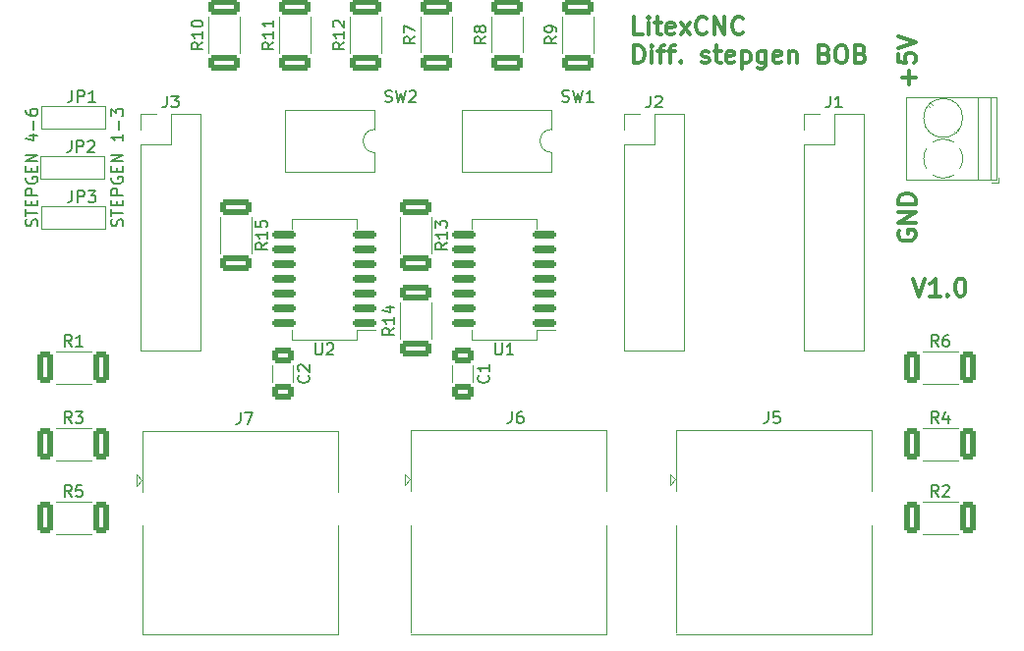
<source format=gto>
%TF.GenerationSoftware,KiCad,Pcbnew,(6.0.1)*%
%TF.CreationDate,2022-11-09T22:58:21+01:00*%
%TF.ProjectId,stepgen_differential_bob,73746570-6765-46e5-9f64-696666657265,rev?*%
%TF.SameCoordinates,Original*%
%TF.FileFunction,Legend,Top*%
%TF.FilePolarity,Positive*%
%FSLAX46Y46*%
G04 Gerber Fmt 4.6, Leading zero omitted, Abs format (unit mm)*
G04 Created by KiCad (PCBNEW (6.0.1)) date 2022-11-09 22:58:21*
%MOMM*%
%LPD*%
G01*
G04 APERTURE LIST*
G04 Aperture macros list*
%AMRoundRect*
0 Rectangle with rounded corners*
0 $1 Rounding radius*
0 $2 $3 $4 $5 $6 $7 $8 $9 X,Y pos of 4 corners*
0 Add a 4 corners polygon primitive as box body*
4,1,4,$2,$3,$4,$5,$6,$7,$8,$9,$2,$3,0*
0 Add four circle primitives for the rounded corners*
1,1,$1+$1,$2,$3*
1,1,$1+$1,$4,$5*
1,1,$1+$1,$6,$7*
1,1,$1+$1,$8,$9*
0 Add four rect primitives between the rounded corners*
20,1,$1+$1,$2,$3,$4,$5,0*
20,1,$1+$1,$4,$5,$6,$7,0*
20,1,$1+$1,$6,$7,$8,$9,0*
20,1,$1+$1,$8,$9,$2,$3,0*%
%AMFreePoly0*
4,1,6,1.000000,0.000000,0.500000,-0.750000,-0.500000,-0.750000,-0.500000,0.750000,0.500000,0.750000,1.000000,0.000000,1.000000,0.000000,$1*%
G04 Aperture macros list end*
%ADD10C,0.304800*%
%ADD11C,0.150000*%
%ADD12C,0.120000*%
%ADD13C,2.700000*%
%ADD14RoundRect,0.150000X0.837500X0.150000X-0.837500X0.150000X-0.837500X-0.150000X0.837500X-0.150000X0*%
%ADD15R,1.700000X1.700000*%
%ADD16O,1.700000X1.700000*%
%ADD17R,2.400000X2.400000*%
%ADD18C,2.400000*%
%ADD19RoundRect,0.250000X-0.650000X0.412500X-0.650000X-0.412500X0.650000X-0.412500X0.650000X0.412500X0*%
%ADD20RoundRect,0.249999X-0.450001X-1.075001X0.450001X-1.075001X0.450001X1.075001X-0.450001X1.075001X0*%
%ADD21RoundRect,0.249999X1.075001X-0.450001X1.075001X0.450001X-1.075001X0.450001X-1.075001X-0.450001X0*%
%ADD22R,1.500000X1.500000*%
%ADD23FreePoly0,0.000000*%
%ADD24FreePoly0,180.000000*%
%ADD25RoundRect,0.249999X-1.075001X0.450001X-1.075001X-0.450001X1.075001X-0.450001X1.075001X0.450001X0*%
%ADD26R,1.600000X1.600000*%
%ADD27O,1.600000X1.600000*%
%ADD28C,3.251200*%
%ADD29R,1.778000X1.778000*%
%ADD30C,1.778000*%
%ADD31C,2.032000*%
%ADD32C,2.540000*%
G04 APERTURE END LIST*
D10*
X77070857Y-8055428D02*
X77070857Y-6894285D01*
X77651428Y-7474857D02*
X76490285Y-7474857D01*
X76127428Y-5442857D02*
X76127428Y-6168571D01*
X76853142Y-6241142D01*
X76780571Y-6168571D01*
X76708000Y-6023428D01*
X76708000Y-5660571D01*
X76780571Y-5515428D01*
X76853142Y-5442857D01*
X76998285Y-5370285D01*
X77361142Y-5370285D01*
X77506285Y-5442857D01*
X77578857Y-5515428D01*
X77651428Y-5660571D01*
X77651428Y-6023428D01*
X77578857Y-6168571D01*
X77506285Y-6241142D01*
X76127428Y-4934857D02*
X77651428Y-4426857D01*
X76127428Y-3918857D01*
X76200000Y-20719142D02*
X76127428Y-20864285D01*
X76127428Y-21082000D01*
X76200000Y-21299714D01*
X76345142Y-21444857D01*
X76490285Y-21517428D01*
X76780571Y-21590000D01*
X76998285Y-21590000D01*
X77288571Y-21517428D01*
X77433714Y-21444857D01*
X77578857Y-21299714D01*
X77651428Y-21082000D01*
X77651428Y-20936857D01*
X77578857Y-20719142D01*
X77506285Y-20646571D01*
X76998285Y-20646571D01*
X76998285Y-20936857D01*
X77651428Y-19993428D02*
X76127428Y-19993428D01*
X77651428Y-19122571D01*
X76127428Y-19122571D01*
X77651428Y-18396857D02*
X76127428Y-18396857D01*
X76127428Y-18034000D01*
X76200000Y-17816285D01*
X76345142Y-17671142D01*
X76490285Y-17598571D01*
X76780571Y-17526000D01*
X76998285Y-17526000D01*
X77288571Y-17598571D01*
X77433714Y-17671142D01*
X77578857Y-17816285D01*
X77651428Y-18034000D01*
X77651428Y-18396857D01*
X54118691Y-3780608D02*
X53392977Y-3780608D01*
X53392977Y-2256608D01*
X54626691Y-3780608D02*
X54626691Y-2764608D01*
X54626691Y-2256608D02*
X54554120Y-2329180D01*
X54626691Y-2401751D01*
X54699262Y-2329180D01*
X54626691Y-2256608D01*
X54626691Y-2401751D01*
X55134691Y-2764608D02*
X55715262Y-2764608D01*
X55352405Y-2256608D02*
X55352405Y-3562894D01*
X55424977Y-3708037D01*
X55570120Y-3780608D01*
X55715262Y-3780608D01*
X56803834Y-3708037D02*
X56658691Y-3780608D01*
X56368405Y-3780608D01*
X56223262Y-3708037D01*
X56150691Y-3562894D01*
X56150691Y-2982322D01*
X56223262Y-2837180D01*
X56368405Y-2764608D01*
X56658691Y-2764608D01*
X56803834Y-2837180D01*
X56876405Y-2982322D01*
X56876405Y-3127465D01*
X56150691Y-3272608D01*
X57384405Y-3780608D02*
X58182691Y-2764608D01*
X57384405Y-2764608D02*
X58182691Y-3780608D01*
X59634120Y-3635465D02*
X59561548Y-3708037D01*
X59343834Y-3780608D01*
X59198691Y-3780608D01*
X58980977Y-3708037D01*
X58835834Y-3562894D01*
X58763262Y-3417751D01*
X58690691Y-3127465D01*
X58690691Y-2909751D01*
X58763262Y-2619465D01*
X58835834Y-2474322D01*
X58980977Y-2329180D01*
X59198691Y-2256608D01*
X59343834Y-2256608D01*
X59561548Y-2329180D01*
X59634120Y-2401751D01*
X60287262Y-3780608D02*
X60287262Y-2256608D01*
X61158120Y-3780608D01*
X61158120Y-2256608D01*
X62754691Y-3635465D02*
X62682120Y-3708037D01*
X62464405Y-3780608D01*
X62319262Y-3780608D01*
X62101548Y-3708037D01*
X61956405Y-3562894D01*
X61883834Y-3417751D01*
X61811262Y-3127465D01*
X61811262Y-2909751D01*
X61883834Y-2619465D01*
X61956405Y-2474322D01*
X62101548Y-2329180D01*
X62319262Y-2256608D01*
X62464405Y-2256608D01*
X62682120Y-2329180D01*
X62754691Y-2401751D01*
X53392977Y-6234248D02*
X53392977Y-4710248D01*
X53755834Y-4710248D01*
X53973548Y-4782820D01*
X54118691Y-4927962D01*
X54191262Y-5073105D01*
X54263834Y-5363391D01*
X54263834Y-5581105D01*
X54191262Y-5871391D01*
X54118691Y-6016534D01*
X53973548Y-6161677D01*
X53755834Y-6234248D01*
X53392977Y-6234248D01*
X54916977Y-6234248D02*
X54916977Y-5218248D01*
X54916977Y-4710248D02*
X54844405Y-4782820D01*
X54916977Y-4855391D01*
X54989548Y-4782820D01*
X54916977Y-4710248D01*
X54916977Y-4855391D01*
X55424977Y-5218248D02*
X56005548Y-5218248D01*
X55642691Y-6234248D02*
X55642691Y-4927962D01*
X55715262Y-4782820D01*
X55860405Y-4710248D01*
X56005548Y-4710248D01*
X56295834Y-5218248D02*
X56876405Y-5218248D01*
X56513548Y-6234248D02*
X56513548Y-4927962D01*
X56586120Y-4782820D01*
X56731262Y-4710248D01*
X56876405Y-4710248D01*
X57384405Y-6089105D02*
X57456977Y-6161677D01*
X57384405Y-6234248D01*
X57311834Y-6161677D01*
X57384405Y-6089105D01*
X57384405Y-6234248D01*
X59198691Y-6161677D02*
X59343834Y-6234248D01*
X59634120Y-6234248D01*
X59779262Y-6161677D01*
X59851834Y-6016534D01*
X59851834Y-5943962D01*
X59779262Y-5798820D01*
X59634120Y-5726248D01*
X59416405Y-5726248D01*
X59271262Y-5653677D01*
X59198691Y-5508534D01*
X59198691Y-5435962D01*
X59271262Y-5290820D01*
X59416405Y-5218248D01*
X59634120Y-5218248D01*
X59779262Y-5290820D01*
X60287262Y-5218248D02*
X60867834Y-5218248D01*
X60504977Y-4710248D02*
X60504977Y-6016534D01*
X60577548Y-6161677D01*
X60722691Y-6234248D01*
X60867834Y-6234248D01*
X61956405Y-6161677D02*
X61811262Y-6234248D01*
X61520977Y-6234248D01*
X61375834Y-6161677D01*
X61303262Y-6016534D01*
X61303262Y-5435962D01*
X61375834Y-5290820D01*
X61520977Y-5218248D01*
X61811262Y-5218248D01*
X61956405Y-5290820D01*
X62028977Y-5435962D01*
X62028977Y-5581105D01*
X61303262Y-5726248D01*
X62682120Y-5218248D02*
X62682120Y-6742248D01*
X62682120Y-5290820D02*
X62827262Y-5218248D01*
X63117548Y-5218248D01*
X63262691Y-5290820D01*
X63335262Y-5363391D01*
X63407834Y-5508534D01*
X63407834Y-5943962D01*
X63335262Y-6089105D01*
X63262691Y-6161677D01*
X63117548Y-6234248D01*
X62827262Y-6234248D01*
X62682120Y-6161677D01*
X64714120Y-5218248D02*
X64714120Y-6451962D01*
X64641548Y-6597105D01*
X64568977Y-6669677D01*
X64423834Y-6742248D01*
X64206120Y-6742248D01*
X64060977Y-6669677D01*
X64714120Y-6161677D02*
X64568977Y-6234248D01*
X64278691Y-6234248D01*
X64133548Y-6161677D01*
X64060977Y-6089105D01*
X63988405Y-5943962D01*
X63988405Y-5508534D01*
X64060977Y-5363391D01*
X64133548Y-5290820D01*
X64278691Y-5218248D01*
X64568977Y-5218248D01*
X64714120Y-5290820D01*
X66020405Y-6161677D02*
X65875262Y-6234248D01*
X65584977Y-6234248D01*
X65439834Y-6161677D01*
X65367262Y-6016534D01*
X65367262Y-5435962D01*
X65439834Y-5290820D01*
X65584977Y-5218248D01*
X65875262Y-5218248D01*
X66020405Y-5290820D01*
X66092977Y-5435962D01*
X66092977Y-5581105D01*
X65367262Y-5726248D01*
X66746120Y-5218248D02*
X66746120Y-6234248D01*
X66746120Y-5363391D02*
X66818691Y-5290820D01*
X66963834Y-5218248D01*
X67181548Y-5218248D01*
X67326691Y-5290820D01*
X67399262Y-5435962D01*
X67399262Y-6234248D01*
X69794120Y-5435962D02*
X70011834Y-5508534D01*
X70084405Y-5581105D01*
X70156977Y-5726248D01*
X70156977Y-5943962D01*
X70084405Y-6089105D01*
X70011834Y-6161677D01*
X69866691Y-6234248D01*
X69286120Y-6234248D01*
X69286120Y-4710248D01*
X69794120Y-4710248D01*
X69939262Y-4782820D01*
X70011834Y-4855391D01*
X70084405Y-5000534D01*
X70084405Y-5145677D01*
X70011834Y-5290820D01*
X69939262Y-5363391D01*
X69794120Y-5435962D01*
X69286120Y-5435962D01*
X71100405Y-4710248D02*
X71390691Y-4710248D01*
X71535834Y-4782820D01*
X71680977Y-4927962D01*
X71753548Y-5218248D01*
X71753548Y-5726248D01*
X71680977Y-6016534D01*
X71535834Y-6161677D01*
X71390691Y-6234248D01*
X71100405Y-6234248D01*
X70955262Y-6161677D01*
X70810120Y-6016534D01*
X70737548Y-5726248D01*
X70737548Y-5218248D01*
X70810120Y-4927962D01*
X70955262Y-4782820D01*
X71100405Y-4710248D01*
X72914691Y-5435962D02*
X73132405Y-5508534D01*
X73204977Y-5581105D01*
X73277548Y-5726248D01*
X73277548Y-5943962D01*
X73204977Y-6089105D01*
X73132405Y-6161677D01*
X72987262Y-6234248D01*
X72406691Y-6234248D01*
X72406691Y-4710248D01*
X72914691Y-4710248D01*
X73059834Y-4782820D01*
X73132405Y-4855391D01*
X73204977Y-5000534D01*
X73204977Y-5145677D01*
X73132405Y-5290820D01*
X73059834Y-5363391D01*
X72914691Y-5435962D01*
X72406691Y-5435962D01*
X77433714Y-24819428D02*
X77941714Y-26343428D01*
X78449714Y-24819428D01*
X79756000Y-26343428D02*
X78885142Y-26343428D01*
X79320571Y-26343428D02*
X79320571Y-24819428D01*
X79175428Y-25037142D01*
X79030285Y-25182285D01*
X78885142Y-25254857D01*
X80409142Y-26198285D02*
X80481714Y-26270857D01*
X80409142Y-26343428D01*
X80336571Y-26270857D01*
X80409142Y-26198285D01*
X80409142Y-26343428D01*
X81425142Y-24819428D02*
X81570285Y-24819428D01*
X81715428Y-24892000D01*
X81788000Y-24964571D01*
X81860571Y-25109714D01*
X81933142Y-25400000D01*
X81933142Y-25762857D01*
X81860571Y-26053142D01*
X81788000Y-26198285D01*
X81715428Y-26270857D01*
X81570285Y-26343428D01*
X81425142Y-26343428D01*
X81280000Y-26270857D01*
X81207428Y-26198285D01*
X81134857Y-26053142D01*
X81062285Y-25762857D01*
X81062285Y-25400000D01*
X81134857Y-25109714D01*
X81207428Y-24964571D01*
X81280000Y-24892000D01*
X81425142Y-24819428D01*
D11*
%TO.C,U1*%
X41417095Y-30394380D02*
X41417095Y-31203904D01*
X41464714Y-31299142D01*
X41512333Y-31346761D01*
X41607571Y-31394380D01*
X41798047Y-31394380D01*
X41893285Y-31346761D01*
X41940904Y-31299142D01*
X41988523Y-31203904D01*
X41988523Y-30394380D01*
X42988523Y-31394380D02*
X42417095Y-31394380D01*
X42702809Y-31394380D02*
X42702809Y-30394380D01*
X42607571Y-30537238D01*
X42512333Y-30632476D01*
X42417095Y-30680095D01*
%TO.C,J2*%
X54779666Y-9075380D02*
X54779666Y-9789666D01*
X54732047Y-9932523D01*
X54636809Y-10027761D01*
X54493952Y-10075380D01*
X54398714Y-10075380D01*
X55208238Y-9170619D02*
X55255857Y-9123000D01*
X55351095Y-9075380D01*
X55589190Y-9075380D01*
X55684428Y-9123000D01*
X55732047Y-9170619D01*
X55779666Y-9265857D01*
X55779666Y-9361095D01*
X55732047Y-9503952D01*
X55160619Y-10075380D01*
X55779666Y-10075380D01*
%TO.C,C2*%
X25321142Y-33186666D02*
X25368761Y-33234285D01*
X25416380Y-33377142D01*
X25416380Y-33472380D01*
X25368761Y-33615238D01*
X25273523Y-33710476D01*
X25178285Y-33758095D01*
X24987809Y-33805714D01*
X24844952Y-33805714D01*
X24654476Y-33758095D01*
X24559238Y-33710476D01*
X24464000Y-33615238D01*
X24416380Y-33472380D01*
X24416380Y-33377142D01*
X24464000Y-33234285D01*
X24511619Y-33186666D01*
X24511619Y-32805714D02*
X24464000Y-32758095D01*
X24416380Y-32662857D01*
X24416380Y-32424761D01*
X24464000Y-32329523D01*
X24511619Y-32281904D01*
X24606857Y-32234285D01*
X24702095Y-32234285D01*
X24844952Y-32281904D01*
X25416380Y-32853333D01*
X25416380Y-32234285D01*
%TO.C,R4*%
X79589333Y-37288380D02*
X79256000Y-36812190D01*
X79017904Y-37288380D02*
X79017904Y-36288380D01*
X79398857Y-36288380D01*
X79494095Y-36336000D01*
X79541714Y-36383619D01*
X79589333Y-36478857D01*
X79589333Y-36621714D01*
X79541714Y-36716952D01*
X79494095Y-36764571D01*
X79398857Y-36812190D01*
X79017904Y-36812190D01*
X80446476Y-36621714D02*
X80446476Y-37288380D01*
X80208380Y-36240761D02*
X79970285Y-36955047D01*
X80589333Y-36955047D01*
%TO.C,R10*%
X16221380Y-4452857D02*
X15745190Y-4786190D01*
X16221380Y-5024285D02*
X15221380Y-5024285D01*
X15221380Y-4643333D01*
X15269000Y-4548095D01*
X15316619Y-4500476D01*
X15411857Y-4452857D01*
X15554714Y-4452857D01*
X15649952Y-4500476D01*
X15697571Y-4548095D01*
X15745190Y-4643333D01*
X15745190Y-5024285D01*
X16221380Y-3500476D02*
X16221380Y-4071904D01*
X16221380Y-3786190D02*
X15221380Y-3786190D01*
X15364238Y-3881428D01*
X15459476Y-3976666D01*
X15507095Y-4071904D01*
X15221380Y-2881428D02*
X15221380Y-2786190D01*
X15269000Y-2690952D01*
X15316619Y-2643333D01*
X15411857Y-2595714D01*
X15602333Y-2548095D01*
X15840428Y-2548095D01*
X16030904Y-2595714D01*
X16126142Y-2643333D01*
X16173761Y-2690952D01*
X16221380Y-2786190D01*
X16221380Y-2881428D01*
X16173761Y-2976666D01*
X16126142Y-3024285D01*
X16030904Y-3071904D01*
X15840428Y-3119523D01*
X15602333Y-3119523D01*
X15411857Y-3071904D01*
X15316619Y-3024285D01*
X15269000Y-2976666D01*
X15221380Y-2881428D01*
%TO.C,R9*%
X46695380Y-3976666D02*
X46219190Y-4310000D01*
X46695380Y-4548095D02*
X45695380Y-4548095D01*
X45695380Y-4167142D01*
X45743000Y-4071904D01*
X45790619Y-4024285D01*
X45885857Y-3976666D01*
X46028714Y-3976666D01*
X46123952Y-4024285D01*
X46171571Y-4071904D01*
X46219190Y-4167142D01*
X46219190Y-4548095D01*
X46695380Y-3500476D02*
X46695380Y-3310000D01*
X46647761Y-3214761D01*
X46600142Y-3167142D01*
X46457285Y-3071904D01*
X46266809Y-3024285D01*
X45885857Y-3024285D01*
X45790619Y-3071904D01*
X45743000Y-3119523D01*
X45695380Y-3214761D01*
X45695380Y-3405238D01*
X45743000Y-3500476D01*
X45790619Y-3548095D01*
X45885857Y-3595714D01*
X46123952Y-3595714D01*
X46219190Y-3548095D01*
X46266809Y-3500476D01*
X46314428Y-3405238D01*
X46314428Y-3214761D01*
X46266809Y-3119523D01*
X46219190Y-3071904D01*
X46123952Y-3024285D01*
%TO.C,C1*%
X40815142Y-33186666D02*
X40862761Y-33234285D01*
X40910380Y-33377142D01*
X40910380Y-33472380D01*
X40862761Y-33615238D01*
X40767523Y-33710476D01*
X40672285Y-33758095D01*
X40481809Y-33805714D01*
X40338952Y-33805714D01*
X40148476Y-33758095D01*
X40053238Y-33710476D01*
X39958000Y-33615238D01*
X39910380Y-33472380D01*
X39910380Y-33377142D01*
X39958000Y-33234285D01*
X40005619Y-33186666D01*
X40910380Y-32234285D02*
X40910380Y-32805714D01*
X40910380Y-32520000D02*
X39910380Y-32520000D01*
X40053238Y-32615238D01*
X40148476Y-32710476D01*
X40196095Y-32805714D01*
%TO.C,R3*%
X4913333Y-37288380D02*
X4580000Y-36812190D01*
X4341904Y-37288380D02*
X4341904Y-36288380D01*
X4722857Y-36288380D01*
X4818095Y-36336000D01*
X4865714Y-36383619D01*
X4913333Y-36478857D01*
X4913333Y-36621714D01*
X4865714Y-36716952D01*
X4818095Y-36764571D01*
X4722857Y-36812190D01*
X4341904Y-36812190D01*
X5246666Y-36288380D02*
X5865714Y-36288380D01*
X5532380Y-36669333D01*
X5675238Y-36669333D01*
X5770476Y-36716952D01*
X5818095Y-36764571D01*
X5865714Y-36859809D01*
X5865714Y-37097904D01*
X5818095Y-37193142D01*
X5770476Y-37240761D01*
X5675238Y-37288380D01*
X5389523Y-37288380D01*
X5294285Y-37240761D01*
X5246666Y-37193142D01*
%TO.C,JP1*%
X4971666Y-8599380D02*
X4971666Y-9313666D01*
X4924047Y-9456523D01*
X4828809Y-9551761D01*
X4685952Y-9599380D01*
X4590714Y-9599380D01*
X5447857Y-9599380D02*
X5447857Y-8599380D01*
X5828809Y-8599380D01*
X5924047Y-8647000D01*
X5971666Y-8694619D01*
X6019285Y-8789857D01*
X6019285Y-8932714D01*
X5971666Y-9027952D01*
X5924047Y-9075571D01*
X5828809Y-9123190D01*
X5447857Y-9123190D01*
X6971666Y-9599380D02*
X6400238Y-9599380D01*
X6685952Y-9599380D02*
X6685952Y-8599380D01*
X6590714Y-8742238D01*
X6495476Y-8837476D01*
X6400238Y-8885095D01*
X1928761Y-20287619D02*
X1976380Y-20144761D01*
X1976380Y-19906666D01*
X1928761Y-19811428D01*
X1881142Y-19763809D01*
X1785904Y-19716190D01*
X1690666Y-19716190D01*
X1595428Y-19763809D01*
X1547809Y-19811428D01*
X1500190Y-19906666D01*
X1452571Y-20097142D01*
X1404952Y-20192380D01*
X1357333Y-20240000D01*
X1262095Y-20287619D01*
X1166857Y-20287619D01*
X1071619Y-20240000D01*
X1023999Y-20192380D01*
X976380Y-20097142D01*
X976380Y-19859047D01*
X1023999Y-19716190D01*
X976380Y-19430476D02*
X976380Y-18859047D01*
X1976380Y-19144761D02*
X976380Y-19144761D01*
X1452571Y-18525714D02*
X1452571Y-18192380D01*
X1976380Y-18049523D02*
X1976380Y-18525714D01*
X976380Y-18525714D01*
X976380Y-18049523D01*
X1976380Y-17620952D02*
X976380Y-17620952D01*
X976380Y-17240000D01*
X1023999Y-17144761D01*
X1071619Y-17097142D01*
X1166857Y-17049523D01*
X1309714Y-17049523D01*
X1404952Y-17097142D01*
X1452571Y-17144761D01*
X1500190Y-17240000D01*
X1500190Y-17620952D01*
X1024000Y-16097142D02*
X976380Y-16192380D01*
X976380Y-16335238D01*
X1024000Y-16478095D01*
X1119238Y-16573333D01*
X1214476Y-16620952D01*
X1404952Y-16668571D01*
X1547809Y-16668571D01*
X1738285Y-16620952D01*
X1833523Y-16573333D01*
X1928761Y-16478095D01*
X1976380Y-16335238D01*
X1976380Y-16240000D01*
X1928761Y-16097142D01*
X1881142Y-16049523D01*
X1547809Y-16049523D01*
X1547809Y-16240000D01*
X1452571Y-15620952D02*
X1452571Y-15287619D01*
X1976380Y-15144761D02*
X1976380Y-15620952D01*
X976380Y-15620952D01*
X976380Y-15144761D01*
X1976380Y-14716190D02*
X976380Y-14716190D01*
X1976380Y-14144761D01*
X976380Y-14144761D01*
X1309714Y-12478095D02*
X1976380Y-12478095D01*
X928761Y-12716190D02*
X1643047Y-12954285D01*
X1643047Y-12335238D01*
X1595428Y-11954285D02*
X1595428Y-11192380D01*
X976380Y-10287619D02*
X976380Y-10478095D01*
X1024000Y-10573333D01*
X1071619Y-10620952D01*
X1214476Y-10716190D01*
X1404952Y-10763809D01*
X1785904Y-10763809D01*
X1881142Y-10716190D01*
X1928761Y-10668571D01*
X1976380Y-10573333D01*
X1976380Y-10382857D01*
X1928761Y-10287619D01*
X1881142Y-10239999D01*
X1785904Y-10192380D01*
X1547809Y-10192380D01*
X1452571Y-10239999D01*
X1404952Y-10287619D01*
X1357333Y-10382857D01*
X1357333Y-10573333D01*
X1404952Y-10668571D01*
X1452571Y-10716190D01*
X1547809Y-10763809D01*
X9294761Y-20287619D02*
X9342380Y-20144761D01*
X9342380Y-19906666D01*
X9294761Y-19811428D01*
X9247142Y-19763809D01*
X9151904Y-19716190D01*
X9056666Y-19716190D01*
X8961428Y-19763809D01*
X8913809Y-19811428D01*
X8866190Y-19906666D01*
X8818571Y-20097142D01*
X8770952Y-20192380D01*
X8723333Y-20240000D01*
X8628095Y-20287619D01*
X8532857Y-20287619D01*
X8437619Y-20240000D01*
X8390000Y-20192380D01*
X8342380Y-20097142D01*
X8342380Y-19859047D01*
X8390000Y-19716190D01*
X8342380Y-19430476D02*
X8342380Y-18859047D01*
X9342380Y-19144761D02*
X8342380Y-19144761D01*
X8818571Y-18525714D02*
X8818571Y-18192380D01*
X9342380Y-18049523D02*
X9342380Y-18525714D01*
X8342380Y-18525714D01*
X8342380Y-18049523D01*
X9342380Y-17620952D02*
X8342380Y-17620952D01*
X8342380Y-17240000D01*
X8390000Y-17144761D01*
X8437619Y-17097142D01*
X8532857Y-17049523D01*
X8675714Y-17049523D01*
X8770952Y-17097142D01*
X8818571Y-17144761D01*
X8866190Y-17240000D01*
X8866190Y-17620952D01*
X8390000Y-16097142D02*
X8342380Y-16192380D01*
X8342380Y-16335238D01*
X8390000Y-16478095D01*
X8485238Y-16573333D01*
X8580476Y-16620952D01*
X8770952Y-16668571D01*
X8913809Y-16668571D01*
X9104285Y-16620952D01*
X9199523Y-16573333D01*
X9294761Y-16478095D01*
X9342380Y-16335238D01*
X9342380Y-16240000D01*
X9294761Y-16097142D01*
X9247142Y-16049523D01*
X8913809Y-16049523D01*
X8913809Y-16240000D01*
X8818571Y-15620952D02*
X8818571Y-15287619D01*
X9342380Y-15144761D02*
X9342380Y-15620952D01*
X8342380Y-15620952D01*
X8342380Y-15144761D01*
X9342380Y-14716190D02*
X8342380Y-14716190D01*
X9342380Y-14144761D01*
X8342380Y-14144761D01*
X9342380Y-12382857D02*
X9342380Y-12954285D01*
X9342380Y-12668571D02*
X8342380Y-12668571D01*
X8485238Y-12763809D01*
X8580476Y-12859047D01*
X8628095Y-12954285D01*
X8961428Y-11954285D02*
X8961428Y-11192380D01*
X8342380Y-10811428D02*
X8342380Y-10192380D01*
X8723333Y-10525714D01*
X8723333Y-10382857D01*
X8770952Y-10287619D01*
X8818571Y-10239999D01*
X8913809Y-10192380D01*
X9151904Y-10192380D01*
X9247142Y-10239999D01*
X9294761Y-10287619D01*
X9342380Y-10382857D01*
X9342380Y-10668571D01*
X9294761Y-10763809D01*
X9247142Y-10811428D01*
%TO.C,R14*%
X32716380Y-29090857D02*
X32240190Y-29424190D01*
X32716380Y-29662285D02*
X31716380Y-29662285D01*
X31716380Y-29281333D01*
X31764000Y-29186095D01*
X31811619Y-29138476D01*
X31906857Y-29090857D01*
X32049714Y-29090857D01*
X32144952Y-29138476D01*
X32192571Y-29186095D01*
X32240190Y-29281333D01*
X32240190Y-29662285D01*
X32716380Y-28138476D02*
X32716380Y-28709904D01*
X32716380Y-28424190D02*
X31716380Y-28424190D01*
X31859238Y-28519428D01*
X31954476Y-28614666D01*
X32002095Y-28709904D01*
X32049714Y-27281333D02*
X32716380Y-27281333D01*
X31668761Y-27519428D02*
X32383047Y-27757523D01*
X32383047Y-27138476D01*
%TO.C,J3*%
X13123666Y-9075380D02*
X13123666Y-9789666D01*
X13076047Y-9932523D01*
X12980809Y-10027761D01*
X12837952Y-10075380D01*
X12742714Y-10075380D01*
X13504619Y-9075380D02*
X14123666Y-9075380D01*
X13790333Y-9456333D01*
X13933190Y-9456333D01*
X14028428Y-9503952D01*
X14076047Y-9551571D01*
X14123666Y-9646809D01*
X14123666Y-9884904D01*
X14076047Y-9980142D01*
X14028428Y-10027761D01*
X13933190Y-10075380D01*
X13647476Y-10075380D01*
X13552238Y-10027761D01*
X13504619Y-9980142D01*
%TO.C,J1*%
X70273666Y-9075380D02*
X70273666Y-9789666D01*
X70226047Y-9932523D01*
X70130809Y-10027761D01*
X69987952Y-10075380D01*
X69892714Y-10075380D01*
X71273666Y-10075380D02*
X70702238Y-10075380D01*
X70987952Y-10075380D02*
X70987952Y-9075380D01*
X70892714Y-9218238D01*
X70797476Y-9313476D01*
X70702238Y-9361095D01*
%TO.C,R13*%
X37276380Y-21724857D02*
X36800190Y-22058190D01*
X37276380Y-22296285D02*
X36276380Y-22296285D01*
X36276380Y-21915333D01*
X36324000Y-21820095D01*
X36371619Y-21772476D01*
X36466857Y-21724857D01*
X36609714Y-21724857D01*
X36704952Y-21772476D01*
X36752571Y-21820095D01*
X36800190Y-21915333D01*
X36800190Y-22296285D01*
X37276380Y-20772476D02*
X37276380Y-21343904D01*
X37276380Y-21058190D02*
X36276380Y-21058190D01*
X36419238Y-21153428D01*
X36514476Y-21248666D01*
X36562095Y-21343904D01*
X36276380Y-20439142D02*
X36276380Y-19820095D01*
X36657333Y-20153428D01*
X36657333Y-20010571D01*
X36704952Y-19915333D01*
X36752571Y-19867714D01*
X36847809Y-19820095D01*
X37085904Y-19820095D01*
X37181142Y-19867714D01*
X37228761Y-19915333D01*
X37276380Y-20010571D01*
X37276380Y-20296285D01*
X37228761Y-20391523D01*
X37181142Y-20439142D01*
%TO.C,R11*%
X22317380Y-4452857D02*
X21841190Y-4786190D01*
X22317380Y-5024285D02*
X21317380Y-5024285D01*
X21317380Y-4643333D01*
X21365000Y-4548095D01*
X21412619Y-4500476D01*
X21507857Y-4452857D01*
X21650714Y-4452857D01*
X21745952Y-4500476D01*
X21793571Y-4548095D01*
X21841190Y-4643333D01*
X21841190Y-5024285D01*
X22317380Y-3500476D02*
X22317380Y-4071904D01*
X22317380Y-3786190D02*
X21317380Y-3786190D01*
X21460238Y-3881428D01*
X21555476Y-3976666D01*
X21603095Y-4071904D01*
X22317380Y-2548095D02*
X22317380Y-3119523D01*
X22317380Y-2833809D02*
X21317380Y-2833809D01*
X21460238Y-2929047D01*
X21555476Y-3024285D01*
X21603095Y-3119523D01*
%TO.C,SW1*%
X47195666Y-9538761D02*
X47338523Y-9586380D01*
X47576619Y-9586380D01*
X47671857Y-9538761D01*
X47719476Y-9491142D01*
X47767095Y-9395904D01*
X47767095Y-9300666D01*
X47719476Y-9205428D01*
X47671857Y-9157809D01*
X47576619Y-9110190D01*
X47386142Y-9062571D01*
X47290904Y-9014952D01*
X47243285Y-8967333D01*
X47195666Y-8872095D01*
X47195666Y-8776857D01*
X47243285Y-8681619D01*
X47290904Y-8634000D01*
X47386142Y-8586380D01*
X47624238Y-8586380D01*
X47767095Y-8634000D01*
X48100428Y-8586380D02*
X48338523Y-9586380D01*
X48529000Y-8872095D01*
X48719476Y-9586380D01*
X48957571Y-8586380D01*
X49862333Y-9586380D02*
X49290904Y-9586380D01*
X49576619Y-9586380D02*
X49576619Y-8586380D01*
X49481380Y-8729238D01*
X49386142Y-8824476D01*
X49290904Y-8872095D01*
%TO.C,R7*%
X34509380Y-3966666D02*
X34033190Y-4300000D01*
X34509380Y-4538095D02*
X33509380Y-4538095D01*
X33509380Y-4157142D01*
X33557000Y-4061904D01*
X33604619Y-4014285D01*
X33699857Y-3966666D01*
X33842714Y-3966666D01*
X33937952Y-4014285D01*
X33985571Y-4061904D01*
X34033190Y-4157142D01*
X34033190Y-4538095D01*
X33509380Y-3633333D02*
X33509380Y-2966666D01*
X34509380Y-3395238D01*
%TO.C,JP3*%
X4971666Y-17235380D02*
X4971666Y-17949666D01*
X4924047Y-18092523D01*
X4828809Y-18187761D01*
X4685952Y-18235380D01*
X4590714Y-18235380D01*
X5447857Y-18235380D02*
X5447857Y-17235380D01*
X5828809Y-17235380D01*
X5924047Y-17283000D01*
X5971666Y-17330619D01*
X6019285Y-17425857D01*
X6019285Y-17568714D01*
X5971666Y-17663952D01*
X5924047Y-17711571D01*
X5828809Y-17759190D01*
X5447857Y-17759190D01*
X6352619Y-17235380D02*
X6971666Y-17235380D01*
X6638333Y-17616333D01*
X6781190Y-17616333D01*
X6876428Y-17663952D01*
X6924047Y-17711571D01*
X6971666Y-17806809D01*
X6971666Y-18044904D01*
X6924047Y-18140142D01*
X6876428Y-18187761D01*
X6781190Y-18235380D01*
X6495476Y-18235380D01*
X6400238Y-18187761D01*
X6352619Y-18140142D01*
%TO.C,R6*%
X79589333Y-30684380D02*
X79256000Y-30208190D01*
X79017904Y-30684380D02*
X79017904Y-29684380D01*
X79398857Y-29684380D01*
X79494095Y-29732000D01*
X79541714Y-29779619D01*
X79589333Y-29874857D01*
X79589333Y-30017714D01*
X79541714Y-30112952D01*
X79494095Y-30160571D01*
X79398857Y-30208190D01*
X79017904Y-30208190D01*
X80446476Y-29684380D02*
X80256000Y-29684380D01*
X80160761Y-29732000D01*
X80113142Y-29779619D01*
X80017904Y-29922476D01*
X79970285Y-30112952D01*
X79970285Y-30493904D01*
X80017904Y-30589142D01*
X80065523Y-30636761D01*
X80160761Y-30684380D01*
X80351238Y-30684380D01*
X80446476Y-30636761D01*
X80494095Y-30589142D01*
X80541714Y-30493904D01*
X80541714Y-30255809D01*
X80494095Y-30160571D01*
X80446476Y-30112952D01*
X80351238Y-30065333D01*
X80160761Y-30065333D01*
X80065523Y-30112952D01*
X80017904Y-30160571D01*
X79970285Y-30255809D01*
%TO.C,R8*%
X40605380Y-3966666D02*
X40129190Y-4300000D01*
X40605380Y-4538095D02*
X39605380Y-4538095D01*
X39605380Y-4157142D01*
X39653000Y-4061904D01*
X39700619Y-4014285D01*
X39795857Y-3966666D01*
X39938714Y-3966666D01*
X40033952Y-4014285D01*
X40081571Y-4061904D01*
X40129190Y-4157142D01*
X40129190Y-4538095D01*
X40033952Y-3395238D02*
X39986333Y-3490476D01*
X39938714Y-3538095D01*
X39843476Y-3585714D01*
X39795857Y-3585714D01*
X39700619Y-3538095D01*
X39653000Y-3490476D01*
X39605380Y-3395238D01*
X39605380Y-3204761D01*
X39653000Y-3109523D01*
X39700619Y-3061904D01*
X39795857Y-3014285D01*
X39843476Y-3014285D01*
X39938714Y-3061904D01*
X39986333Y-3109523D01*
X40033952Y-3204761D01*
X40033952Y-3395238D01*
X40081571Y-3490476D01*
X40129190Y-3538095D01*
X40224428Y-3585714D01*
X40414904Y-3585714D01*
X40510142Y-3538095D01*
X40557761Y-3490476D01*
X40605380Y-3395238D01*
X40605380Y-3204761D01*
X40557761Y-3109523D01*
X40510142Y-3061904D01*
X40414904Y-3014285D01*
X40224428Y-3014285D01*
X40129190Y-3061904D01*
X40081571Y-3109523D01*
X40033952Y-3204761D01*
%TO.C,J7*%
X19478666Y-36359380D02*
X19478666Y-37073666D01*
X19431047Y-37216523D01*
X19335809Y-37311761D01*
X19192952Y-37359380D01*
X19097714Y-37359380D01*
X19859619Y-36359380D02*
X20526285Y-36359380D01*
X20097714Y-37359380D01*
%TO.C,R1*%
X4913333Y-30684380D02*
X4580000Y-30208190D01*
X4341904Y-30684380D02*
X4341904Y-29684380D01*
X4722857Y-29684380D01*
X4818095Y-29732000D01*
X4865714Y-29779619D01*
X4913333Y-29874857D01*
X4913333Y-30017714D01*
X4865714Y-30112952D01*
X4818095Y-30160571D01*
X4722857Y-30208190D01*
X4341904Y-30208190D01*
X5865714Y-30684380D02*
X5294285Y-30684380D01*
X5580000Y-30684380D02*
X5580000Y-29684380D01*
X5484761Y-29827238D01*
X5389523Y-29922476D01*
X5294285Y-29970095D01*
%TO.C,R12*%
X28413380Y-4452857D02*
X27937190Y-4786190D01*
X28413380Y-5024285D02*
X27413380Y-5024285D01*
X27413380Y-4643333D01*
X27461000Y-4548095D01*
X27508619Y-4500476D01*
X27603857Y-4452857D01*
X27746714Y-4452857D01*
X27841952Y-4500476D01*
X27889571Y-4548095D01*
X27937190Y-4643333D01*
X27937190Y-5024285D01*
X28413380Y-3500476D02*
X28413380Y-4071904D01*
X28413380Y-3786190D02*
X27413380Y-3786190D01*
X27556238Y-3881428D01*
X27651476Y-3976666D01*
X27699095Y-4071904D01*
X27508619Y-3119523D02*
X27461000Y-3071904D01*
X27413380Y-2976666D01*
X27413380Y-2738571D01*
X27461000Y-2643333D01*
X27508619Y-2595714D01*
X27603857Y-2548095D01*
X27699095Y-2548095D01*
X27841952Y-2595714D01*
X28413380Y-3167142D01*
X28413380Y-2548095D01*
%TO.C,U2*%
X25923095Y-30394380D02*
X25923095Y-31203904D01*
X25970714Y-31299142D01*
X26018333Y-31346761D01*
X26113571Y-31394380D01*
X26304047Y-31394380D01*
X26399285Y-31346761D01*
X26446904Y-31299142D01*
X26494523Y-31203904D01*
X26494523Y-30394380D01*
X26923095Y-30489619D02*
X26970714Y-30442000D01*
X27065952Y-30394380D01*
X27304047Y-30394380D01*
X27399285Y-30442000D01*
X27446904Y-30489619D01*
X27494523Y-30584857D01*
X27494523Y-30680095D01*
X27446904Y-30822952D01*
X26875476Y-31394380D01*
X27494523Y-31394380D01*
%TO.C,J5*%
X64944666Y-36282380D02*
X64944666Y-36996666D01*
X64897047Y-37139523D01*
X64801809Y-37234761D01*
X64658952Y-37282380D01*
X64563714Y-37282380D01*
X65897047Y-36282380D02*
X65420857Y-36282380D01*
X65373238Y-36758571D01*
X65420857Y-36710952D01*
X65516095Y-36663333D01*
X65754190Y-36663333D01*
X65849428Y-36710952D01*
X65897047Y-36758571D01*
X65944666Y-36853809D01*
X65944666Y-37091904D01*
X65897047Y-37187142D01*
X65849428Y-37234761D01*
X65754190Y-37282380D01*
X65516095Y-37282380D01*
X65420857Y-37234761D01*
X65373238Y-37187142D01*
%TO.C,R5*%
X4913333Y-43638380D02*
X4580000Y-43162190D01*
X4341904Y-43638380D02*
X4341904Y-42638380D01*
X4722857Y-42638380D01*
X4818095Y-42686000D01*
X4865714Y-42733619D01*
X4913333Y-42828857D01*
X4913333Y-42971714D01*
X4865714Y-43066952D01*
X4818095Y-43114571D01*
X4722857Y-43162190D01*
X4341904Y-43162190D01*
X5818095Y-42638380D02*
X5341904Y-42638380D01*
X5294285Y-43114571D01*
X5341904Y-43066952D01*
X5437142Y-43019333D01*
X5675238Y-43019333D01*
X5770476Y-43066952D01*
X5818095Y-43114571D01*
X5865714Y-43209809D01*
X5865714Y-43447904D01*
X5818095Y-43543142D01*
X5770476Y-43590761D01*
X5675238Y-43638380D01*
X5437142Y-43638380D01*
X5341904Y-43590761D01*
X5294285Y-43543142D01*
%TO.C,J6*%
X42846666Y-36282380D02*
X42846666Y-36996666D01*
X42799047Y-37139523D01*
X42703809Y-37234761D01*
X42560952Y-37282380D01*
X42465714Y-37282380D01*
X43751428Y-36282380D02*
X43560952Y-36282380D01*
X43465714Y-36330000D01*
X43418095Y-36377619D01*
X43322857Y-36520476D01*
X43275238Y-36710952D01*
X43275238Y-37091904D01*
X43322857Y-37187142D01*
X43370476Y-37234761D01*
X43465714Y-37282380D01*
X43656190Y-37282380D01*
X43751428Y-37234761D01*
X43799047Y-37187142D01*
X43846666Y-37091904D01*
X43846666Y-36853809D01*
X43799047Y-36758571D01*
X43751428Y-36710952D01*
X43656190Y-36663333D01*
X43465714Y-36663333D01*
X43370476Y-36710952D01*
X43322857Y-36758571D01*
X43275238Y-36853809D01*
%TO.C,R2*%
X79589333Y-43638380D02*
X79256000Y-43162190D01*
X79017904Y-43638380D02*
X79017904Y-42638380D01*
X79398857Y-42638380D01*
X79494095Y-42686000D01*
X79541714Y-42733619D01*
X79589333Y-42828857D01*
X79589333Y-42971714D01*
X79541714Y-43066952D01*
X79494095Y-43114571D01*
X79398857Y-43162190D01*
X79017904Y-43162190D01*
X79970285Y-42733619D02*
X80017904Y-42686000D01*
X80113142Y-42638380D01*
X80351238Y-42638380D01*
X80446476Y-42686000D01*
X80494095Y-42733619D01*
X80541714Y-42828857D01*
X80541714Y-42924095D01*
X80494095Y-43066952D01*
X79922666Y-43638380D01*
X80541714Y-43638380D01*
%TO.C,JP2*%
X4901666Y-12917380D02*
X4901666Y-13631666D01*
X4854047Y-13774523D01*
X4758809Y-13869761D01*
X4615952Y-13917380D01*
X4520714Y-13917380D01*
X5377857Y-13917380D02*
X5377857Y-12917380D01*
X5758809Y-12917380D01*
X5854047Y-12965000D01*
X5901666Y-13012619D01*
X5949285Y-13107857D01*
X5949285Y-13250714D01*
X5901666Y-13345952D01*
X5854047Y-13393571D01*
X5758809Y-13441190D01*
X5377857Y-13441190D01*
X6330238Y-13012619D02*
X6377857Y-12965000D01*
X6473095Y-12917380D01*
X6711190Y-12917380D01*
X6806428Y-12965000D01*
X6854047Y-13012619D01*
X6901666Y-13107857D01*
X6901666Y-13203095D01*
X6854047Y-13345952D01*
X6282619Y-13917380D01*
X6901666Y-13917380D01*
%TO.C,SW2*%
X31940666Y-9548761D02*
X32083523Y-9596380D01*
X32321619Y-9596380D01*
X32416857Y-9548761D01*
X32464476Y-9501142D01*
X32512095Y-9405904D01*
X32512095Y-9310666D01*
X32464476Y-9215428D01*
X32416857Y-9167809D01*
X32321619Y-9120190D01*
X32131142Y-9072571D01*
X32035904Y-9024952D01*
X31988285Y-8977333D01*
X31940666Y-8882095D01*
X31940666Y-8786857D01*
X31988285Y-8691619D01*
X32035904Y-8644000D01*
X32131142Y-8596380D01*
X32369238Y-8596380D01*
X32512095Y-8644000D01*
X32845428Y-8596380D02*
X33083523Y-9596380D01*
X33274000Y-8882095D01*
X33464476Y-9596380D01*
X33702571Y-8596380D01*
X34035904Y-8691619D02*
X34083523Y-8644000D01*
X34178761Y-8596380D01*
X34416857Y-8596380D01*
X34512095Y-8644000D01*
X34559714Y-8691619D01*
X34607333Y-8786857D01*
X34607333Y-8882095D01*
X34559714Y-9024952D01*
X33988285Y-9596380D01*
X34607333Y-9596380D01*
%TO.C,R15*%
X21782380Y-21724857D02*
X21306190Y-22058190D01*
X21782380Y-22296285D02*
X20782380Y-22296285D01*
X20782380Y-21915333D01*
X20830000Y-21820095D01*
X20877619Y-21772476D01*
X20972857Y-21724857D01*
X21115714Y-21724857D01*
X21210952Y-21772476D01*
X21258571Y-21820095D01*
X21306190Y-21915333D01*
X21306190Y-22296285D01*
X21782380Y-20772476D02*
X21782380Y-21343904D01*
X21782380Y-21058190D02*
X20782380Y-21058190D01*
X20925238Y-21153428D01*
X21020476Y-21248666D01*
X21068095Y-21343904D01*
X20782380Y-19867714D02*
X20782380Y-20343904D01*
X21258571Y-20391523D01*
X21210952Y-20343904D01*
X21163333Y-20248666D01*
X21163333Y-20010571D01*
X21210952Y-19915333D01*
X21258571Y-19867714D01*
X21353809Y-19820095D01*
X21591904Y-19820095D01*
X21687142Y-19867714D01*
X21734761Y-19915333D01*
X21782380Y-20010571D01*
X21782380Y-20248666D01*
X21734761Y-20343904D01*
X21687142Y-20391523D01*
D12*
%TO.C,U1*%
X44939000Y-29262000D02*
X46629000Y-29262000D01*
X42179000Y-19682000D02*
X39419000Y-19682000D01*
X42179000Y-19682000D02*
X44939000Y-19682000D01*
X44939000Y-19682000D02*
X44939000Y-20522000D01*
X39419000Y-30102000D02*
X39419000Y-29262000D01*
X44939000Y-30102000D02*
X44939000Y-29262000D01*
X42179000Y-30102000D02*
X39419000Y-30102000D01*
X42179000Y-30102000D02*
X44939000Y-30102000D01*
X39419000Y-19682000D02*
X39419000Y-20522000D01*
%TO.C,J2*%
X52513000Y-13223000D02*
X55113000Y-13223000D01*
X52513000Y-13223000D02*
X52513000Y-31063000D01*
X52513000Y-10623000D02*
X53843000Y-10623000D01*
X57713000Y-10623000D02*
X57713000Y-31063000D01*
X55113000Y-10623000D02*
X57713000Y-10623000D01*
X52513000Y-11953000D02*
X52513000Y-10623000D01*
X55113000Y-13223000D02*
X55113000Y-10623000D01*
X52513000Y-31063000D02*
X57713000Y-31063000D01*
%TO.C,J4*%
X81191000Y-11953000D02*
X81284000Y-12047000D01*
X76850000Y-16288000D02*
X76850000Y-9168000D01*
X84170000Y-16528000D02*
X84810000Y-16528000D01*
X78735000Y-9908000D02*
X78829000Y-10002000D01*
X80951000Y-12123000D02*
X81079000Y-12252000D01*
X84810000Y-16528000D02*
X84810000Y-16128000D01*
X76850000Y-16288000D02*
X84570000Y-16288000D01*
X83010000Y-16288000D02*
X83010000Y-9168000D01*
X84110000Y-16288000D02*
X84110000Y-9168000D01*
X84570000Y-16288000D02*
X84570000Y-9168000D01*
X76850000Y-9168000D02*
X84570000Y-9168000D01*
X78941000Y-9703000D02*
X79069000Y-9832000D01*
X81450000Y-15344000D02*
G75*
G03*
X81690099Y-14449326I-1440014J866003D01*
G01*
X78569999Y-13612000D02*
G75*
G03*
X78584642Y-15367894I1439999J-866000D01*
G01*
X80901000Y-13053000D02*
G75*
G03*
X79119807Y-13052496I-891000J-1425003D01*
G01*
X79144000Y-15918001D02*
G75*
G03*
X80899894Y-15903358I866000J1439999D01*
G01*
X81690000Y-14478000D02*
G75*
G03*
X81434721Y-13587736I-1679990J3D01*
G01*
X81690000Y-10978000D02*
G75*
G03*
X81690000Y-10978000I-1680000J0D01*
G01*
%TO.C,C2*%
X24024000Y-32308748D02*
X24024000Y-33731252D01*
X22204000Y-32308748D02*
X22204000Y-33731252D01*
%TO.C,R4*%
X78228936Y-37756000D02*
X81283064Y-37756000D01*
X78228936Y-40476000D02*
X81283064Y-40476000D01*
%TO.C,R10*%
X16689000Y-5337064D02*
X16689000Y-2282936D01*
X19409000Y-5337064D02*
X19409000Y-2282936D01*
%TO.C,R9*%
X47169000Y-5337064D02*
X47169000Y-2282936D01*
X49889000Y-5337064D02*
X49889000Y-2282936D01*
%TO.C,C1*%
X39518000Y-32308748D02*
X39518000Y-33731252D01*
X37698000Y-32308748D02*
X37698000Y-33731252D01*
%TO.C,R3*%
X3552936Y-37756000D02*
X6607064Y-37756000D01*
X3552936Y-40476000D02*
X6607064Y-40476000D01*
%TO.C,JP1*%
X2330000Y-11872000D02*
X2330000Y-9922000D01*
X7830000Y-9922000D02*
X7830000Y-11872000D01*
X2330000Y-9922000D02*
X7830000Y-9922000D01*
X7830000Y-11872000D02*
X2330000Y-11872000D01*
%TO.C,R14*%
X33184000Y-29975064D02*
X33184000Y-26920936D01*
X35904000Y-29975064D02*
X35904000Y-26920936D01*
%TO.C,J3*%
X10857000Y-11953000D02*
X10857000Y-10623000D01*
X10857000Y-31063000D02*
X16057000Y-31063000D01*
X16057000Y-10623000D02*
X16057000Y-31063000D01*
X13457000Y-10623000D02*
X16057000Y-10623000D01*
X10857000Y-10623000D02*
X12187000Y-10623000D01*
X10857000Y-13223000D02*
X13457000Y-13223000D01*
X13457000Y-13223000D02*
X13457000Y-10623000D01*
X10857000Y-13223000D02*
X10857000Y-31063000D01*
%TO.C,J1*%
X68007000Y-13223000D02*
X68007000Y-31063000D01*
X68007000Y-13223000D02*
X70607000Y-13223000D01*
X68007000Y-11953000D02*
X68007000Y-10623000D01*
X68007000Y-10623000D02*
X69337000Y-10623000D01*
X70607000Y-10623000D02*
X73207000Y-10623000D01*
X70607000Y-13223000D02*
X70607000Y-10623000D01*
X73207000Y-10623000D02*
X73207000Y-31063000D01*
X68007000Y-31063000D02*
X73207000Y-31063000D01*
%TO.C,R13*%
X35904000Y-19554936D02*
X35904000Y-22609064D01*
X33184000Y-19554936D02*
X33184000Y-22609064D01*
%TO.C,R11*%
X25505000Y-5337064D02*
X25505000Y-2282936D01*
X22785000Y-5337064D02*
X22785000Y-2282936D01*
%TO.C,SW1*%
X46288000Y-11954000D02*
X46288000Y-10304000D01*
X38548000Y-15604000D02*
X46288000Y-15604000D01*
X46288000Y-15604000D02*
X46288000Y-13954000D01*
X46288000Y-10304000D02*
X38548000Y-10304000D01*
X38548000Y-10304000D02*
X38548000Y-15604000D01*
X46288000Y-11954000D02*
G75*
G03*
X46288000Y-13954000I0J-1000000D01*
G01*
%TO.C,R7*%
X34977000Y-5327064D02*
X34977000Y-2272936D01*
X37697000Y-5327064D02*
X37697000Y-2272936D01*
%TO.C,JP3*%
X7830000Y-20508000D02*
X2330000Y-20508000D01*
X2330000Y-18558000D02*
X7830000Y-18558000D01*
X7830000Y-18558000D02*
X7830000Y-20508000D01*
X2330000Y-20508000D02*
X2330000Y-18558000D01*
%TO.C,R6*%
X78228936Y-31152000D02*
X81283064Y-31152000D01*
X78228936Y-33872000D02*
X81283064Y-33872000D01*
%TO.C,R8*%
X43793000Y-5327064D02*
X43793000Y-2272936D01*
X41073000Y-5327064D02*
X41073000Y-2272936D01*
%TO.C,J7*%
X11036000Y-37941000D02*
X11036000Y-43241000D01*
X27836000Y-55541000D02*
X27836000Y-46141000D01*
X10486000Y-41741000D02*
X10486000Y-42741000D01*
X27836000Y-37941000D02*
X27836000Y-43241000D01*
X10986000Y-42241000D02*
X10486000Y-41741000D01*
X11036000Y-37941000D02*
X27836000Y-37941000D01*
X11036000Y-55441000D02*
X11036000Y-46141000D01*
X11036000Y-55541000D02*
X27836000Y-55541000D01*
X10486000Y-42741000D02*
X10986000Y-42241000D01*
%TO.C,R1*%
X3552936Y-31152000D02*
X6607064Y-31152000D01*
X3552936Y-33872000D02*
X6607064Y-33872000D01*
%TO.C,R12*%
X28881000Y-5337064D02*
X28881000Y-2282936D01*
X31601000Y-5337064D02*
X31601000Y-2282936D01*
%TO.C,U2*%
X23925000Y-19682000D02*
X23925000Y-20522000D01*
X26685000Y-19682000D02*
X23925000Y-19682000D01*
X29445000Y-30102000D02*
X29445000Y-29262000D01*
X26685000Y-30102000D02*
X29445000Y-30102000D01*
X26685000Y-30102000D02*
X23925000Y-30102000D01*
X26685000Y-19682000D02*
X29445000Y-19682000D01*
X23925000Y-30102000D02*
X23925000Y-29262000D01*
X29445000Y-19682000D02*
X29445000Y-20522000D01*
X29445000Y-29262000D02*
X31135000Y-29262000D01*
%TO.C,J5*%
X56960000Y-42164000D02*
X56460000Y-41664000D01*
X57010000Y-37864000D02*
X73810000Y-37864000D01*
X73810000Y-37864000D02*
X73810000Y-43164000D01*
X57010000Y-55364000D02*
X57010000Y-46064000D01*
X56460000Y-41664000D02*
X56460000Y-42664000D01*
X57010000Y-55464000D02*
X73810000Y-55464000D01*
X57010000Y-37864000D02*
X57010000Y-43164000D01*
X73810000Y-55464000D02*
X73810000Y-46064000D01*
X56460000Y-42664000D02*
X56960000Y-42164000D01*
%TO.C,R5*%
X3552936Y-44106000D02*
X6607064Y-44106000D01*
X3552936Y-46826000D02*
X6607064Y-46826000D01*
%TO.C,J6*%
X50950000Y-37864000D02*
X50950000Y-43164000D01*
X33600000Y-41664000D02*
X33600000Y-42664000D01*
X34150000Y-37864000D02*
X34150000Y-43164000D01*
X33600000Y-42664000D02*
X34100000Y-42164000D01*
X50950000Y-55464000D02*
X50950000Y-46064000D01*
X34100000Y-42164000D02*
X33600000Y-41664000D01*
X34150000Y-55464000D02*
X50950000Y-55464000D01*
X34150000Y-55364000D02*
X34150000Y-46064000D01*
X34150000Y-37864000D02*
X50950000Y-37864000D01*
%TO.C,R2*%
X78228936Y-44106000D02*
X81283064Y-44106000D01*
X78228936Y-46826000D02*
X81283064Y-46826000D01*
%TO.C,JP2*%
X2260000Y-14240000D02*
X7760000Y-14240000D01*
X7760000Y-14240000D02*
X7760000Y-16190000D01*
X7760000Y-16190000D02*
X2260000Y-16190000D01*
X2260000Y-16190000D02*
X2260000Y-14240000D01*
%TO.C,SW2*%
X31048000Y-11964000D02*
X31048000Y-10314000D01*
X31048000Y-10314000D02*
X23308000Y-10314000D01*
X23308000Y-15614000D02*
X31048000Y-15614000D01*
X31048000Y-15614000D02*
X31048000Y-13964000D01*
X23308000Y-10314000D02*
X23308000Y-15614000D01*
X31048000Y-11964000D02*
G75*
G03*
X31048000Y-13964000I0J-1000000D01*
G01*
%TO.C,R15*%
X20410000Y-19554936D02*
X20410000Y-22609064D01*
X17690000Y-19554936D02*
X17690000Y-22609064D01*
%TD*%
%LPC*%
D13*
%TO.C,Hole4*%
X3500000Y-52500000D03*
%TD*%
D14*
%TO.C,U1*%
X45641500Y-28702000D03*
X45641500Y-27432000D03*
X45641500Y-26162000D03*
X45641500Y-24892000D03*
X45641500Y-23622000D03*
X45641500Y-22352000D03*
X45641500Y-21082000D03*
X38716500Y-21082000D03*
X38716500Y-22352000D03*
X38716500Y-23622000D03*
X38716500Y-24892000D03*
X38716500Y-26162000D03*
X38716500Y-27432000D03*
X38716500Y-28702000D03*
%TD*%
D15*
%TO.C,J2*%
X53843000Y-11953000D03*
D16*
X56383000Y-11953000D03*
X53843000Y-14493000D03*
X56383000Y-14493000D03*
X53843000Y-17033000D03*
X56383000Y-17033000D03*
X53843000Y-19573000D03*
X56383000Y-19573000D03*
X53843000Y-22113000D03*
X56383000Y-22113000D03*
X53843000Y-24653000D03*
X56383000Y-24653000D03*
X53843000Y-27193000D03*
X56383000Y-27193000D03*
X53843000Y-29733000D03*
X56383000Y-29733000D03*
%TD*%
D17*
%TO.C,J4*%
X80010000Y-14478000D03*
D18*
X80010000Y-10978000D03*
%TD*%
D19*
%TO.C,C2*%
X23114000Y-31457500D03*
X23114000Y-34582500D03*
%TD*%
D20*
%TO.C,R4*%
X77356000Y-39116000D03*
X82156000Y-39116000D03*
%TD*%
D21*
%TO.C,R10*%
X18049000Y-6210000D03*
X18049000Y-1410000D03*
%TD*%
%TO.C,R9*%
X48529000Y-6210000D03*
X48529000Y-1410000D03*
%TD*%
D19*
%TO.C,C1*%
X38608000Y-31457500D03*
X38608000Y-34582500D03*
%TD*%
D20*
%TO.C,R3*%
X2680000Y-39116000D03*
X7480000Y-39116000D03*
%TD*%
D22*
%TO.C,JP1*%
X6280000Y-10922000D03*
X3880000Y-10922000D03*
D23*
X3080000Y-10922000D03*
D24*
X7080000Y-10922000D03*
%TD*%
D21*
%TO.C,R14*%
X34544000Y-30848000D03*
X34544000Y-26048000D03*
%TD*%
D15*
%TO.C,J3*%
X12187000Y-11953000D03*
D16*
X14727000Y-11953000D03*
X12187000Y-14493000D03*
X14727000Y-14493000D03*
X12187000Y-17033000D03*
X14727000Y-17033000D03*
X12187000Y-19573000D03*
X14727000Y-19573000D03*
X12187000Y-22113000D03*
X14727000Y-22113000D03*
X12187000Y-24653000D03*
X14727000Y-24653000D03*
X12187000Y-27193000D03*
X14727000Y-27193000D03*
X12187000Y-29733000D03*
X14727000Y-29733000D03*
%TD*%
D15*
%TO.C,J1*%
X69337000Y-11953000D03*
D16*
X71877000Y-11953000D03*
X69337000Y-14493000D03*
X71877000Y-14493000D03*
X69337000Y-17033000D03*
X71877000Y-17033000D03*
X69337000Y-19573000D03*
X71877000Y-19573000D03*
X69337000Y-22113000D03*
X71877000Y-22113000D03*
X69337000Y-24653000D03*
X71877000Y-24653000D03*
X69337000Y-27193000D03*
X71877000Y-27193000D03*
X69337000Y-29733000D03*
X71877000Y-29733000D03*
%TD*%
D13*
%TO.C,Hole1*%
X81500000Y-52500000D03*
%TD*%
%TO.C,Hole3*%
X3500000Y-3500000D03*
%TD*%
D25*
%TO.C,R13*%
X34544000Y-18682000D03*
X34544000Y-23482000D03*
%TD*%
D21*
%TO.C,R11*%
X24145000Y-6210000D03*
X24145000Y-1410000D03*
%TD*%
D26*
%TO.C,SW1*%
X44958000Y-9144000D03*
D27*
X42418000Y-9144000D03*
X39878000Y-9144000D03*
X39878000Y-16764000D03*
X42418000Y-16764000D03*
X44958000Y-16764000D03*
%TD*%
D21*
%TO.C,R7*%
X36337000Y-6200000D03*
X36337000Y-1400000D03*
%TD*%
D22*
%TO.C,JP3*%
X3880000Y-19558000D03*
X6280000Y-19558000D03*
D23*
X3080000Y-19558000D03*
D24*
X7080000Y-19558000D03*
%TD*%
D20*
%TO.C,R6*%
X77356000Y-32512000D03*
X82156000Y-32512000D03*
%TD*%
D21*
%TO.C,R8*%
X42433000Y-6200000D03*
X42433000Y-1400000D03*
%TD*%
D28*
%TO.C,J7*%
X13716000Y-48591000D03*
X25146000Y-48591000D03*
D29*
X14986000Y-42241000D03*
D30*
X16256000Y-39701000D03*
X17526000Y-42241000D03*
X18796000Y-39701000D03*
X20066000Y-42241000D03*
X21336000Y-39701000D03*
X22606000Y-42241000D03*
X23876000Y-39701000D03*
D31*
X25730200Y-52705800D03*
X23215600Y-52705800D03*
X15621000Y-52705800D03*
X13106400Y-52705800D03*
D32*
X11557000Y-44704800D03*
X27305000Y-44704800D03*
%TD*%
D20*
%TO.C,R1*%
X2680000Y-32512000D03*
X7480000Y-32512000D03*
%TD*%
D21*
%TO.C,R12*%
X30241000Y-6210000D03*
X30241000Y-1410000D03*
%TD*%
D14*
%TO.C,U2*%
X30147500Y-28702000D03*
X30147500Y-27432000D03*
X30147500Y-26162000D03*
X30147500Y-24892000D03*
X30147500Y-23622000D03*
X30147500Y-22352000D03*
X30147500Y-21082000D03*
X23222500Y-21082000D03*
X23222500Y-22352000D03*
X23222500Y-23622000D03*
X23222500Y-24892000D03*
X23222500Y-26162000D03*
X23222500Y-27432000D03*
X23222500Y-28702000D03*
%TD*%
D13*
%TO.C,Hole2*%
X81500000Y-3500000D03*
%TD*%
D28*
%TO.C,J5*%
X71120000Y-48514000D03*
X59690000Y-48514000D03*
D29*
X60960000Y-42164000D03*
D30*
X62230000Y-39624000D03*
X63500000Y-42164000D03*
X64770000Y-39624000D03*
X66040000Y-42164000D03*
X67310000Y-39624000D03*
X68580000Y-42164000D03*
X69850000Y-39624000D03*
D31*
X71704200Y-52628800D03*
X69189600Y-52628800D03*
X61595000Y-52628800D03*
X59080400Y-52628800D03*
D32*
X73279000Y-44627800D03*
X57531000Y-44627800D03*
%TD*%
D20*
%TO.C,R5*%
X2680000Y-45466000D03*
X7480000Y-45466000D03*
%TD*%
D28*
%TO.C,J6*%
X36830000Y-48514000D03*
X48260000Y-48514000D03*
D29*
X38100000Y-42164000D03*
D30*
X39370000Y-39624000D03*
X40640000Y-42164000D03*
X41910000Y-39624000D03*
X43180000Y-42164000D03*
X44450000Y-39624000D03*
X45720000Y-42164000D03*
X46990000Y-39624000D03*
D31*
X48844200Y-52628800D03*
X46329600Y-52628800D03*
X38735000Y-52628800D03*
X36220400Y-52628800D03*
D32*
X34671000Y-44627800D03*
X50419000Y-44627800D03*
%TD*%
D20*
%TO.C,R2*%
X77356000Y-45466000D03*
X82156000Y-45466000D03*
%TD*%
D22*
%TO.C,JP2*%
X3810000Y-15240000D03*
X6210000Y-15240000D03*
D23*
X3010000Y-15240000D03*
D24*
X7010000Y-15240000D03*
%TD*%
D26*
%TO.C,SW2*%
X29718000Y-9154000D03*
D27*
X27178000Y-9154000D03*
X24638000Y-9154000D03*
X24638000Y-16774000D03*
X27178000Y-16774000D03*
X29718000Y-16774000D03*
%TD*%
D25*
%TO.C,R15*%
X19050000Y-18682000D03*
X19050000Y-23482000D03*
%TD*%
M02*

</source>
